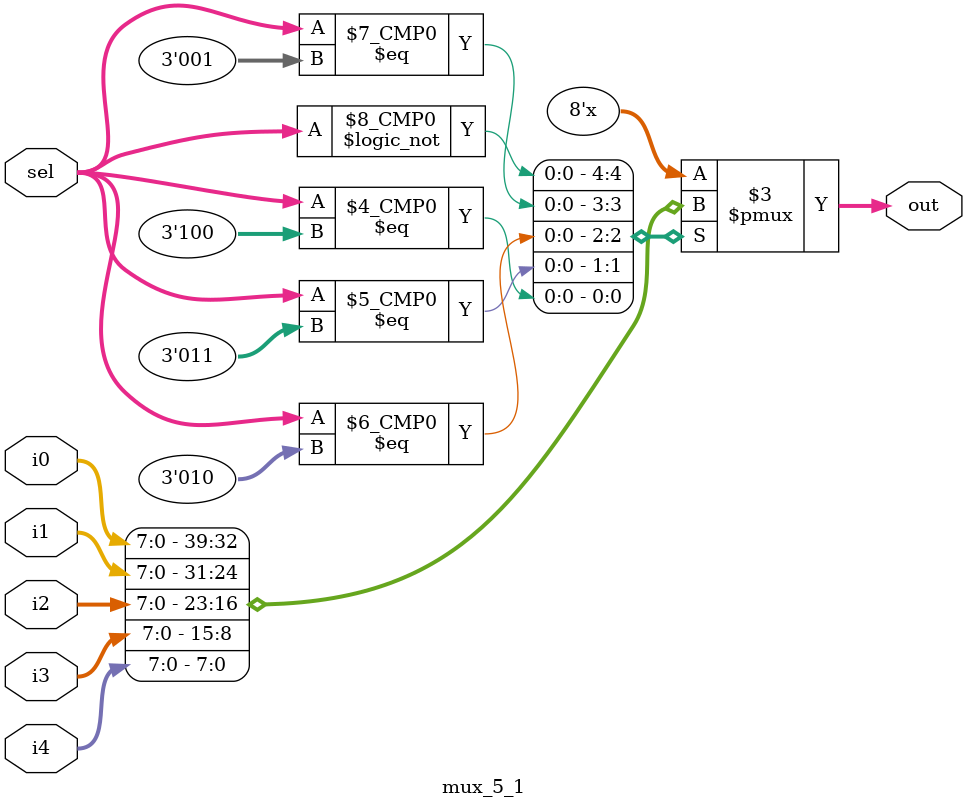
<source format=v>
`timescale 1ns / 1ps
module mux_5_1(i0, i1, i2, i3, i4, sel, out);
	input [7:0] i0, i1, i2, i3, i4;
	input [2:0] sel;
	output reg [7:0] out;
	
	always @(i0 or i1 or i2 or i3 or i4 or sel)
	begin
		case( sel )
			3'b000:	out = i0;
			3'b001:	out = i1;
			3'b010:	out = i2;
			3'b011:	out = i3;
			3'b100: out = i4;
			default: out = 8'bZZZZZZZZ;
		endcase
	end

endmodule

</source>
